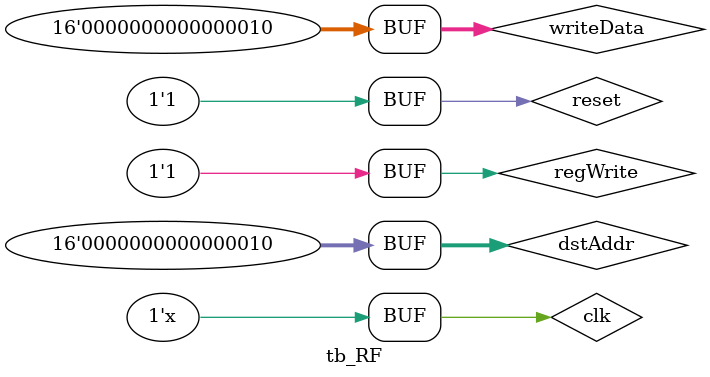
<source format=v>
/*************************************************************/
`timescale 1ns/1ns

module tb_RF #(parameter WIDTH = 16) ();
	
	reg clk, reset;
	reg [WIDTH - 1 : 0] srcAddr, dstAddr;
	reg regWrite;
	reg flags;
	wire [WIDTH - 1 : 0] writeData;
	wire [WIDTH - 1 : 0] outputFlags;
	wire [WIDTH - 1 : 0] srcValue, dstValue;

	// Instantiate modules
	RegFile UUT (
 	   .clk(clk), 
	   .reset(reset),
	   .regWrite(regWrite),
	   .sourceAddr(srcAddr), 
	   .destAddr(dstAddr), 
	   .wrData(writeData), 
	   .readData1(srcValue),
	   .readData2(dstValue)
	);

        PSR psr (
	  .clk(clk),
          .reset(reset),
          .flags(flags),
         .readFlags(outputFlags)
	);
	
	// Instantiate inputs
	initial begin
	   clk <= 0;
	   reset <= 0;
	   #10;
	   clk <= 1;
	   #10;
	   reset <= 1;
	   #10;
	   clk <= 0;
	   #10;
	end
		
	// Generate clock
	always #10 begin
	   clk = ~clk;
	end
		
	initial begin
	   ////////Test for Register File
	   ///TestWriting
	   dstAddr <= 4'b0001;
	   writeData <= 16'b0000000000000001;
	   regWrite <= 1;
	   #10;
	   dstAddr <= 4'b0010;
	   writeData <= 16'b0000000000000010;
	   regWrite <= 1;
	   #10;
	end
	
endmodule 

</source>
